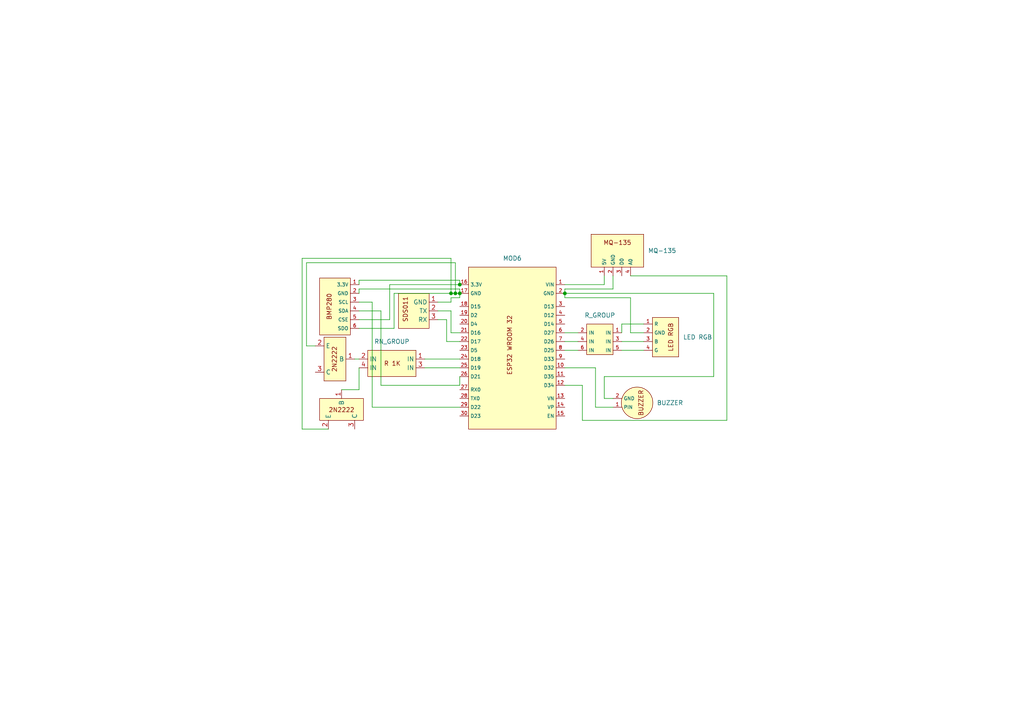
<source format=kicad_sch>
(kicad_sch
	(version 20250114)
	(generator "eeschema")
	(generator_version "9.0")
	(uuid "0be18988-cbaf-4d62-8980-6e8cfb4b92f8")
	(paper "A4")
	(lib_symbols
		(symbol "COMPV:2N2222"
			(exclude_from_sim no)
			(in_bom yes)
			(on_board yes)
			(property "Reference" "MOD"
				(at 0 0 0)
				(effects
					(font
						(size 1.27 1.27)
					)
					(hide yes)
				)
			)
			(property "Value" "2N2222"
				(at 0 0 0)
				(effects
					(font
						(size 1.27 1.27)
					)
					(hide yes)
				)
			)
			(property "Footprint" "LIBRARYCOMP:2N2222"
				(at 0 0 0)
				(effects
					(font
						(size 1.27 1.27)
					)
					(hide yes)
				)
			)
			(property "Datasheet" ""
				(at 0 0 0)
				(effects
					(font
						(size 1.27 1.27)
					)
					(hide yes)
				)
			)
			(property "Description" ""
				(at 0 0 0)
				(effects
					(font
						(size 1.27 1.27)
					)
					(hide yes)
				)
			)
			(symbol "2N2222_0_1"
				(rectangle
					(start -6.35 -2.54)
					(end 6.35 -8.89)
					(stroke
						(width 0)
						(type solid)
					)
					(fill
						(type background)
					)
				)
			)
			(symbol "2N2222_1_1"
				(text "2N2222\n"
					(at 0 -5.588 0)
					(effects
						(font
							(size 1.27 1.27)
						)
					)
				)
				(pin bidirectional line
					(at -3.81 0 270)
					(length 2.54)
					(name "C"
						(effects
							(font
								(size 1.27 1.27)
							)
						)
					)
					(number "3"
						(effects
							(font
								(size 1.27 1.27)
							)
						)
					)
				)
				(pin bidirectional line
					(at 0 -11.43 90)
					(length 2.54)
					(name "B"
						(effects
							(font
								(size 1.27 1.27)
							)
						)
					)
					(number "1"
						(effects
							(font
								(size 1.27 1.27)
							)
						)
					)
				)
				(pin bidirectional line
					(at 3.81 0 270)
					(length 2.54)
					(name "E"
						(effects
							(font
								(size 1.27 1.27)
							)
						)
					)
					(number "2"
						(effects
							(font
								(size 1.27 1.27)
							)
						)
					)
				)
			)
			(embedded_fonts no)
		)
		(symbol "COMPV:BMP280"
			(exclude_from_sim no)
			(in_bom yes)
			(on_board yes)
			(property "Reference" "MOD"
				(at 0 0 0)
				(effects
					(font
						(size 1.27 1.27)
					)
					(hide yes)
				)
			)
			(property "Value" "BMP280"
				(at 0 0 0)
				(effects
					(font
						(size 1.27 1.27)
					)
					(hide yes)
				)
			)
			(property "Footprint" "LIBRARYCOMP:BMP280"
				(at 0 0 0)
				(effects
					(font
						(size 1.27 1.27)
					)
					(hide yes)
				)
			)
			(property "Datasheet" ""
				(at 0 0 0)
				(effects
					(font
						(size 1.27 1.27)
					)
					(hide yes)
				)
			)
			(property "Description" ""
				(at 0 0 0)
				(effects
					(font
						(size 1.27 1.27)
					)
					(hide yes)
				)
			)
			(symbol "BMP280_0_1"
				(rectangle
					(start -7.62 5.715)
					(end 1.27 -10.795)
					(stroke
						(width 0)
						(type solid)
					)
					(fill
						(type background)
					)
				)
			)
			(symbol "BMP280_1_1"
				(text "BMP280\n"
					(at -4.826 -2.54 900)
					(effects
						(font
							(size 1.27 1.27)
						)
					)
				)
				(pin power_in line
					(at 3.81 3.81 180)
					(length 2.54)
					(name "3.3V"
						(effects
							(font
								(size 1 1)
							)
						)
					)
					(number "1"
						(effects
							(font
								(size 1 1)
							)
						)
					)
				)
				(pin bidirectional line
					(at 3.81 1.27 180)
					(length 2.54)
					(name "GND"
						(effects
							(font
								(size 1 1)
							)
						)
					)
					(number "2"
						(effects
							(font
								(size 1 1)
							)
						)
					)
				)
				(pin bidirectional line
					(at 3.81 -1.27 180)
					(length 2.54)
					(name "SCL"
						(effects
							(font
								(size 1 1)
							)
						)
					)
					(number "3"
						(effects
							(font
								(size 1 1)
							)
						)
					)
				)
				(pin bidirectional line
					(at 3.81 -3.81 180)
					(length 2.54)
					(name "SDA"
						(effects
							(font
								(size 1 1)
							)
						)
					)
					(number "4"
						(effects
							(font
								(size 1 1)
							)
						)
					)
				)
				(pin power_in line
					(at 3.81 -6.35 180)
					(length 2.54)
					(name "CSE"
						(effects
							(font
								(size 1 1)
							)
						)
					)
					(number "5"
						(effects
							(font
								(size 1 1)
							)
						)
					)
				)
				(pin bidirectional line
					(at 3.81 -8.89 180)
					(length 2.54)
					(name "SDO"
						(effects
							(font
								(size 1 1)
							)
						)
					)
					(number "6"
						(effects
							(font
								(size 1 1)
							)
						)
					)
				)
			)
			(embedded_fonts no)
		)
		(symbol "COMPV:BUZZER"
			(exclude_from_sim no)
			(in_bom yes)
			(on_board yes)
			(property "Reference" "MOD"
				(at 0 0 0)
				(effects
					(font
						(size 1.27 1.27)
					)
					(hide yes)
				)
			)
			(property "Value" "BUZZER"
				(at 0 0 0)
				(effects
					(font
						(size 1.27 1.27)
					)
				)
			)
			(property "Footprint" "LIBRARYCOMP:BUZZER"
				(at 0 0 0)
				(effects
					(font
						(size 1.27 1.27)
					)
					(hide yes)
				)
			)
			(property "Datasheet" ""
				(at 0 0 0)
				(effects
					(font
						(size 1.27 1.27)
					)
					(hide yes)
				)
			)
			(property "Description" ""
				(at 0 0 0)
				(effects
					(font
						(size 1.27 1.27)
					)
					(hide yes)
				)
			)
			(symbol "BUZZER_0_1"
				(circle
					(center 8.255 0)
					(radius 4.5791)
					(stroke
						(width 0)
						(type solid)
					)
					(fill
						(type background)
					)
				)
			)
			(symbol "BUZZER_1_1"
				(text "BUZZER\n"
					(at 9.398 0 900)
					(effects
						(font
							(size 1.27 1.27)
						)
					)
				)
				(pin output line
					(at 1.27 1.27 0)
					(length 2.54)
					(name "PIN"
						(effects
							(font
								(size 1 1)
							)
						)
					)
					(number "1"
						(effects
							(font
								(size 1 1)
							)
						)
					)
				)
				(pin input line
					(at 1.27 -1.27 0)
					(length 2.54)
					(name "GND"
						(effects
							(font
								(size 1 1)
							)
						)
					)
					(number "2"
						(effects
							(font
								(size 1 1)
							)
						)
					)
				)
			)
			(embedded_fonts no)
		)
		(symbol "COMPV:ESP32_"
			(exclude_from_sim no)
			(in_bom yes)
			(on_board yes)
			(property "Reference" "MOD"
				(at 31.242 28.194 90)
				(effects
					(font
						(size 1.27 1.27)
					)
				)
			)
			(property "Value" "MOD"
				(at 29.718 28.702 0)
				(effects
					(font
						(size 1.27 1.27)
					)
					(hide yes)
				)
			)
			(property "Footprint" "LIBRARYCOMP:ESP32 WROOM 32"
				(at 29.21 29.21 0)
				(effects
					(font
						(size 1.27 1.27)
					)
					(hide yes)
				)
			)
			(property "Datasheet" ""
				(at 0 0 0)
				(effects
					(font
						(size 1.27 1.27)
					)
					(hide yes)
				)
			)
			(property "Description" ""
				(at 0 0 0)
				(effects
					(font
						(size 1.27 1.27)
					)
					(hide yes)
				)
			)
			(symbol "ESP32__0_1"
				(rectangle
					(start 16.51 50.8)
					(end 41.91 3.81)
					(stroke
						(width 0)
						(type default)
					)
					(fill
						(type background)
					)
				)
			)
			(symbol "ESP32__1_1"
				(text "ESP32 WROOM 32\n"
					(at 28.448 28.194 900)
					(effects
						(font
							(size 1.27 1.27)
						)
					)
				)
				(pin power_out line
					(at 13.97 45.72 0)
					(length 2.54)
					(name "3.3V"
						(effects
							(font
								(size 1 1)
							)
						)
					)
					(number "16"
						(effects
							(font
								(size 1 1)
							)
						)
					)
				)
				(pin input line
					(at 13.97 43.18 0)
					(length 2.54)
					(name "GND"
						(effects
							(font
								(size 1 1)
							)
						)
					)
					(number "17"
						(effects
							(font
								(size 1 1)
							)
						)
					)
				)
				(pin bidirectional line
					(at 13.97 39.37 0)
					(length 2.54)
					(name "D15"
						(effects
							(font
								(size 1 1)
							)
						)
					)
					(number "18"
						(effects
							(font
								(size 1 1)
							)
						)
					)
				)
				(pin bidirectional line
					(at 13.97 36.83 0)
					(length 2.54)
					(name "D2"
						(effects
							(font
								(size 1 1)
							)
						)
					)
					(number "19"
						(effects
							(font
								(size 1 1)
							)
						)
					)
				)
				(pin bidirectional line
					(at 13.97 34.29 0)
					(length 2.54)
					(name "D4"
						(effects
							(font
								(size 1 1)
							)
						)
					)
					(number "20"
						(effects
							(font
								(size 1 1)
							)
						)
					)
				)
				(pin bidirectional line
					(at 13.97 31.75 0)
					(length 2.54)
					(name "D16"
						(effects
							(font
								(size 1 1)
							)
						)
					)
					(number "21"
						(effects
							(font
								(size 1 1)
							)
						)
					)
				)
				(pin bidirectional line
					(at 13.97 29.21 0)
					(length 2.54)
					(name "D17"
						(effects
							(font
								(size 1 1)
							)
						)
					)
					(number "22"
						(effects
							(font
								(size 1 1)
							)
						)
					)
				)
				(pin bidirectional line
					(at 13.97 26.67 0)
					(length 2.54)
					(name "D5"
						(effects
							(font
								(size 1 1)
							)
						)
					)
					(number "23"
						(effects
							(font
								(size 1 1)
							)
						)
					)
				)
				(pin bidirectional line
					(at 13.97 24.13 0)
					(length 2.54)
					(name "D18"
						(effects
							(font
								(size 1 1)
							)
						)
					)
					(number "24"
						(effects
							(font
								(size 1 1)
							)
						)
					)
				)
				(pin bidirectional line
					(at 13.97 21.59 0)
					(length 2.54)
					(name "D19"
						(effects
							(font
								(size 1 1)
							)
						)
					)
					(number "25"
						(effects
							(font
								(size 1 1)
							)
						)
					)
				)
				(pin bidirectional line
					(at 13.97 19.05 0)
					(length 2.54)
					(name "D21"
						(effects
							(font
								(size 1 1)
							)
						)
					)
					(number "26"
						(effects
							(font
								(size 1 1)
							)
						)
					)
				)
				(pin bidirectional line
					(at 13.97 15.24 0)
					(length 2.54)
					(name "RX0"
						(effects
							(font
								(size 1 1)
							)
						)
					)
					(number "27"
						(effects
							(font
								(size 1 1)
							)
						)
					)
				)
				(pin bidirectional line
					(at 13.97 12.7 0)
					(length 2.54)
					(name "TX0"
						(effects
							(font
								(size 1 1)
							)
						)
					)
					(number "28"
						(effects
							(font
								(size 1 1)
							)
						)
					)
				)
				(pin bidirectional line
					(at 13.97 10.16 0)
					(length 2.54)
					(name "D22"
						(effects
							(font
								(size 1 1)
							)
						)
					)
					(number "29"
						(effects
							(font
								(size 1 1)
							)
						)
					)
				)
				(pin bidirectional line
					(at 13.97 7.62 0)
					(length 2.54)
					(name "D23"
						(effects
							(font
								(size 1 1)
							)
						)
					)
					(number "30"
						(effects
							(font
								(size 1 1)
							)
						)
					)
				)
				(pin power_out line
					(at 44.45 45.72 180)
					(length 2.54)
					(name "VIN"
						(effects
							(font
								(size 1 1)
							)
						)
					)
					(number "1"
						(effects
							(font
								(size 1 1)
							)
						)
					)
				)
				(pin input line
					(at 44.45 43.18 180)
					(length 2.54)
					(name "GND"
						(effects
							(font
								(size 1 1)
							)
						)
					)
					(number "2"
						(effects
							(font
								(size 1 1)
							)
						)
					)
				)
				(pin bidirectional line
					(at 44.45 39.37 180)
					(length 2.54)
					(name "D13"
						(effects
							(font
								(size 1 1)
							)
						)
					)
					(number "3"
						(effects
							(font
								(size 1 1)
							)
						)
					)
				)
				(pin bidirectional line
					(at 44.45 36.83 180)
					(length 2.54)
					(name "D12"
						(effects
							(font
								(size 1 1)
							)
						)
					)
					(number "4"
						(effects
							(font
								(size 1 1)
							)
						)
					)
				)
				(pin bidirectional line
					(at 44.45 34.29 180)
					(length 2.54)
					(name "D14"
						(effects
							(font
								(size 1 1)
							)
						)
					)
					(number "5"
						(effects
							(font
								(size 1 1)
							)
						)
					)
				)
				(pin bidirectional line
					(at 44.45 31.75 180)
					(length 2.54)
					(name "D27"
						(effects
							(font
								(size 1 1)
							)
						)
					)
					(number "6"
						(effects
							(font
								(size 1 1)
							)
						)
					)
				)
				(pin bidirectional line
					(at 44.45 29.21 180)
					(length 2.54)
					(name "D26"
						(effects
							(font
								(size 1 1)
							)
						)
					)
					(number "7"
						(effects
							(font
								(size 1 1)
							)
						)
					)
				)
				(pin bidirectional line
					(at 44.45 26.67 180)
					(length 2.54)
					(name "D25"
						(effects
							(font
								(size 1 1)
							)
						)
					)
					(number "8"
						(effects
							(font
								(size 1 1)
							)
						)
					)
				)
				(pin bidirectional line
					(at 44.45 24.13 180)
					(length 2.54)
					(name "D33"
						(effects
							(font
								(size 1 1)
							)
						)
					)
					(number "9"
						(effects
							(font
								(size 1 1)
							)
						)
					)
				)
				(pin bidirectional line
					(at 44.45 21.59 180)
					(length 2.54)
					(name "D32"
						(effects
							(font
								(size 1 1)
							)
						)
					)
					(number "10"
						(effects
							(font
								(size 1 1)
							)
						)
					)
				)
				(pin bidirectional line
					(at 44.45 19.05 180)
					(length 2.54)
					(name "D35"
						(effects
							(font
								(size 1 1)
							)
						)
					)
					(number "11"
						(effects
							(font
								(size 1 1)
							)
						)
					)
				)
				(pin bidirectional line
					(at 44.45 16.51 180)
					(length 2.54)
					(name "D34"
						(effects
							(font
								(size 1 1)
							)
						)
					)
					(number "12"
						(effects
							(font
								(size 1 1)
							)
						)
					)
				)
				(pin bidirectional line
					(at 44.45 12.7 180)
					(length 2.54)
					(name "VN"
						(effects
							(font
								(size 1 1)
							)
						)
					)
					(number "13"
						(effects
							(font
								(size 1 1)
							)
						)
					)
				)
				(pin bidirectional line
					(at 44.45 10.16 180)
					(length 2.54)
					(name "VP"
						(effects
							(font
								(size 1 1)
							)
						)
					)
					(number "14"
						(effects
							(font
								(size 1 1)
							)
						)
					)
				)
				(pin bidirectional line
					(at 44.45 7.62 180)
					(length 2.54)
					(name "EN"
						(effects
							(font
								(size 1 1)
							)
						)
					)
					(number "15"
						(effects
							(font
								(size 1 1)
							)
						)
					)
				)
			)
			(embedded_fonts no)
		)
		(symbol "COMPV:LED_RGB"
			(exclude_from_sim no)
			(in_bom yes)
			(on_board yes)
			(property "Reference" "MOD"
				(at 0 0 0)
				(effects
					(font
						(size 1.27 1.27)
					)
					(hide yes)
				)
			)
			(property "Value" "LED RGB"
				(at 0 0 0)
				(effects
					(font
						(size 1.27 1.27)
					)
				)
			)
			(property "Footprint" "LIBRARYCOMP:LED RGB"
				(at 0 0 0)
				(effects
					(font
						(size 1.27 1.27)
					)
					(hide yes)
				)
			)
			(property "Datasheet" ""
				(at 0 0 0)
				(effects
					(font
						(size 1.27 1.27)
					)
					(hide yes)
				)
			)
			(property "Description" ""
				(at 0 0 0)
				(effects
					(font
						(size 1.27 1.27)
					)
					(hide yes)
				)
			)
			(symbol "LED_RGB_1_1"
				(rectangle
					(start 0 4.445)
					(end 7.62 -6.985)
					(stroke
						(width 0)
						(type solid)
					)
					(fill
						(type background)
					)
				)
				(text "LED RGB"
					(at 5.334 -1.27 900)
					(effects
						(font
							(size 1.27 1.27)
						)
					)
				)
				(pin output line
					(at -2.54 2.54 0)
					(length 2.54)
					(name "R"
						(effects
							(font
								(size 1 1)
							)
						)
					)
					(number "1"
						(effects
							(font
								(size 1 1)
							)
						)
					)
				)
				(pin input line
					(at -2.54 0 0)
					(length 2.54)
					(name "GND"
						(effects
							(font
								(size 1 1)
							)
						)
					)
					(number "2"
						(effects
							(font
								(size 1 1)
							)
						)
					)
				)
				(pin output line
					(at -2.54 -2.54 0)
					(length 2.54)
					(name "B"
						(effects
							(font
								(size 1 1)
							)
						)
					)
					(number "3"
						(effects
							(font
								(size 1 1)
							)
						)
					)
				)
				(pin output line
					(at -2.54 -5.08 0)
					(length 2.54)
					(name "G"
						(effects
							(font
								(size 1 1)
							)
						)
					)
					(number "4"
						(effects
							(font
								(size 1 1)
							)
						)
					)
				)
			)
			(embedded_fonts no)
		)
		(symbol "COMPV:MQ-135"
			(exclude_from_sim no)
			(in_bom yes)
			(on_board yes)
			(property "Reference" "MOD"
				(at 0 0 0)
				(effects
					(font
						(size 1.27 1.27)
					)
					(hide yes)
				)
			)
			(property "Value" "MQ-135"
				(at 0 0 0)
				(effects
					(font
						(size 1.27 1.27)
					)
				)
			)
			(property "Footprint" "LIBRARYCOMP:MQ-135"
				(at 0 0 0)
				(effects
					(font
						(size 1.27 1.27)
					)
					(hide yes)
				)
			)
			(property "Datasheet" ""
				(at 0 0 0)
				(effects
					(font
						(size 1.27 1.27)
					)
					(hide yes)
				)
			)
			(property "Description" ""
				(at 0 0 0)
				(effects
					(font
						(size 1.27 1.27)
					)
					(hide yes)
				)
			)
			(symbol "MQ-135_1_1"
				(text "MQ-135\n"
					(at 0 2.032 0)
					(effects
						(font
							(size 1.27 1.27)
						)
					)
				)
				(text_box ""
					(at -7.62 4.445 0)
					(size 15.24 -9.525)
					(margins 1.016 1.016 1.016 1.016)
					(stroke
						(width 0)
						(type solid)
					)
					(fill
						(type background)
					)
					(effects
						(font
							(size 1.27 1.27)
						)
						(justify left top)
					)
				)
				(pin power_in line
					(at -3.81 -7.62 90)
					(length 2.54)
					(name "5V"
						(effects
							(font
								(size 1 1)
							)
						)
					)
					(number "1"
						(effects
							(font
								(size 1 1)
							)
						)
					)
				)
				(pin output line
					(at -1.27 -7.62 90)
					(length 2.54)
					(name "GND"
						(effects
							(font
								(size 1 1)
							)
						)
					)
					(number "2"
						(effects
							(font
								(size 1 1)
							)
						)
					)
				)
				(pin output line
					(at 1.27 -7.62 90)
					(length 2.54)
					(name "D0"
						(effects
							(font
								(size 1 1)
							)
						)
					)
					(number "3"
						(effects
							(font
								(size 1 1)
							)
						)
					)
				)
				(pin output line
					(at 3.81 -7.62 90)
					(length 2.54)
					(name "A0"
						(effects
							(font
								(size 1 1)
							)
						)
					)
					(number "4"
						(effects
							(font
								(size 1 1)
							)
						)
					)
				)
			)
			(embedded_fonts no)
		)
		(symbol "COMPV:RN_GROUP"
			(exclude_from_sim no)
			(in_bom yes)
			(on_board yes)
			(property "Reference" "MOD"
				(at 0 0 0)
				(effects
					(font
						(size 1.27 1.27)
					)
					(hide yes)
				)
			)
			(property "Value" "RN_GROUP"
				(at 0 0 0)
				(effects
					(font
						(size 1.27 1.27)
					)
				)
			)
			(property "Footprint" "LIBRARYCOMP:RN_GROUP"
				(at 0 0 0)
				(effects
					(font
						(size 1.27 1.27)
					)
					(hide yes)
				)
			)
			(property "Datasheet" ""
				(at 0 0 0)
				(effects
					(font
						(size 1.27 1.27)
					)
					(hide yes)
				)
			)
			(property "Description" ""
				(at 0 0 0)
				(effects
					(font
						(size 1.27 1.27)
					)
					(hide yes)
				)
			)
			(symbol "RN_GROUP_1_1"
				(rectangle
					(start -7.62 -3.81)
					(end 6.35 -11.43)
					(stroke
						(width 0)
						(type solid)
					)
					(fill
						(type background)
					)
				)
				(text "R 1K\n"
					(at -0.508 -7.62 0)
					(effects
						(font
							(size 1.27 1.27)
						)
					)
				)
				(pin bidirectional line
					(at -10.16 -6.35 0)
					(length 2.54)
					(name "IN"
						(effects
							(font
								(size 1.27 1.27)
							)
						)
					)
					(number "2"
						(effects
							(font
								(size 1.27 1.27)
							)
						)
					)
				)
				(pin bidirectional line
					(at -10.16 -8.89 0)
					(length 2.54)
					(name "IN"
						(effects
							(font
								(size 1.27 1.27)
							)
						)
					)
					(number "4"
						(effects
							(font
								(size 1.27 1.27)
							)
						)
					)
				)
				(pin bidirectional line
					(at 8.89 -6.35 180)
					(length 2.54)
					(name "IN"
						(effects
							(font
								(size 1.27 1.27)
							)
						)
					)
					(number "1"
						(effects
							(font
								(size 1.27 1.27)
							)
						)
					)
				)
				(pin bidirectional line
					(at 8.89 -8.89 180)
					(length 2.54)
					(name "IN"
						(effects
							(font
								(size 1.27 1.27)
							)
						)
					)
					(number "3"
						(effects
							(font
								(size 1.27 1.27)
							)
						)
					)
				)
			)
			(embedded_fonts no)
		)
		(symbol "COMPV:R_GROUP"
			(exclude_from_sim no)
			(in_bom yes)
			(on_board yes)
			(property "Reference" "U"
				(at 0 0 0)
				(effects
					(font
						(size 1.27 1.27)
					)
					(hide yes)
				)
			)
			(property "Value" "R_GROUP"
				(at 0 0 0)
				(effects
					(font
						(size 1.27 1.27)
					)
				)
			)
			(property "Footprint" "LIBRARYCOMP:GROUP_R"
				(at 0 0 0)
				(effects
					(font
						(size 1.27 1.27)
					)
					(hide yes)
				)
			)
			(property "Datasheet" ""
				(at 0 0 0)
				(effects
					(font
						(size 1.27 1.27)
					)
					(hide yes)
				)
			)
			(property "Description" ""
				(at 0 0 0)
				(effects
					(font
						(size 1.27 1.27)
					)
					(hide yes)
				)
			)
			(symbol "R_GROUP_0_1"
				(rectangle
					(start -3.81 2.54)
					(end 3.81 -6.35)
					(stroke
						(width 0)
						(type default)
					)
					(fill
						(type background)
					)
				)
			)
			(symbol "R_GROUP_1_1"
				(pin bidirectional line
					(at -6.35 0 0)
					(length 2.54)
					(name "IN"
						(effects
							(font
								(size 1 1)
							)
						)
					)
					(number "2"
						(effects
							(font
								(size 1 1)
							)
						)
					)
				)
				(pin bidirectional line
					(at -6.35 -2.54 0)
					(length 2.54)
					(name "IN"
						(effects
							(font
								(size 1 1)
							)
						)
					)
					(number "4"
						(effects
							(font
								(size 1 1)
							)
						)
					)
				)
				(pin bidirectional line
					(at -6.35 -5.08 0)
					(length 2.54)
					(name "IN"
						(effects
							(font
								(size 1 1)
							)
						)
					)
					(number "6"
						(effects
							(font
								(size 1 1)
							)
						)
					)
				)
				(pin bidirectional line
					(at 6.35 0 180)
					(length 2.54)
					(name "IN"
						(effects
							(font
								(size 1 1)
							)
						)
					)
					(number "1"
						(effects
							(font
								(size 1 1)
							)
						)
					)
				)
				(pin bidirectional line
					(at 6.35 -2.54 180)
					(length 2.54)
					(name "IN"
						(effects
							(font
								(size 1 1)
							)
						)
					)
					(number "3"
						(effects
							(font
								(size 1 1)
							)
						)
					)
				)
				(pin bidirectional line
					(at 6.35 -5.08 180)
					(length 2.54)
					(name "IN"
						(effects
							(font
								(size 1 1)
							)
						)
					)
					(number "5"
						(effects
							(font
								(size 1 1)
							)
						)
					)
				)
			)
			(embedded_fonts no)
		)
		(symbol "COMPV:SDS011"
			(exclude_from_sim no)
			(in_bom yes)
			(on_board yes)
			(property "Reference" "MOD"
				(at 0 0 0)
				(effects
					(font
						(size 1.27 1.27)
					)
					(hide yes)
				)
			)
			(property "Value" "SDS011"
				(at 0 0 0)
				(effects
					(font
						(size 1.27 1.27)
					)
				)
			)
			(property "Footprint" "LIBRARYCOMP:SDS011"
				(at 0 0 0)
				(effects
					(font
						(size 1.27 1.27)
					)
					(hide yes)
				)
			)
			(property "Datasheet" ""
				(at 0 0 0)
				(effects
					(font
						(size 1.27 1.27)
					)
					(hide yes)
				)
			)
			(property "Description" ""
				(at 0 0 0)
				(effects
					(font
						(size 1.27 1.27)
					)
					(hide yes)
				)
			)
			(symbol "SDS011_0_1"
				(rectangle
					(start -6.35 5.08)
					(end 2.54 -5.08)
					(stroke
						(width 0)
						(type default)
					)
					(fill
						(type background)
					)
				)
			)
			(symbol "SDS011_1_1"
				(text "SDS011\n"
					(at -4.318 0.508 900)
					(effects
						(font
							(size 1.27 1.27)
						)
					)
				)
				(pin bidirectional line
					(at 5.08 2.54 180)
					(length 2.54)
					(name "GND"
						(effects
							(font
								(size 1.27 1.27)
							)
						)
					)
					(number "1"
						(effects
							(font
								(size 1.27 1.27)
							)
						)
					)
				)
				(pin bidirectional line
					(at 5.08 0 180)
					(length 2.54)
					(name "TX"
						(effects
							(font
								(size 1.27 1.27)
							)
						)
					)
					(number "2"
						(effects
							(font
								(size 1.27 1.27)
							)
						)
					)
				)
				(pin bidirectional line
					(at 5.08 -2.54 180)
					(length 2.54)
					(name "RX"
						(effects
							(font
								(size 1.27 1.27)
							)
						)
					)
					(number "3"
						(effects
							(font
								(size 1.27 1.27)
							)
						)
					)
				)
			)
			(embedded_fonts no)
		)
	)
	(junction
		(at 130.81 85.09)
		(diameter 0)
		(color 0 0 0 0)
		(uuid "3039f824-396c-439f-bea4-0b8e028faac7")
	)
	(junction
		(at 133.35 82.55)
		(diameter 0)
		(color 0 0 0 0)
		(uuid "a2bd7116-2187-424c-8cad-3e4fcd4e9fb8")
	)
	(junction
		(at 133.35 85.09)
		(diameter 0)
		(color 0 0 0 0)
		(uuid "b9ff60e6-8db6-403e-ba59-5a2081a88330")
	)
	(junction
		(at 163.83 85.09)
		(diameter 0)
		(color 0 0 0 0)
		(uuid "ce18148f-2e06-4fcc-baf9-32132506f124")
	)
	(junction
		(at 132.08 85.09)
		(diameter 0)
		(color 0 0 0 0)
		(uuid "cf1682c0-6ab0-4d18-81ee-6a9bbb0f66d5")
	)
	(wire
		(pts
			(xy 127 87.63) (xy 130.81 87.63)
		)
		(stroke
			(width 0)
			(type default)
		)
		(uuid "0919e142-f312-4d7b-a379-52b316cef280")
	)
	(wire
		(pts
			(xy 133.35 81.28) (xy 133.35 82.55)
		)
		(stroke
			(width 0)
			(type default)
		)
		(uuid "0ba1d0a8-bd99-4362-b1d5-4fcfea42fc30")
	)
	(wire
		(pts
			(xy 133.35 111.76) (xy 133.35 109.22)
		)
		(stroke
			(width 0)
			(type default)
		)
		(uuid "1952fc1e-9b4b-4d63-b7fd-6033fd9aff87")
	)
	(wire
		(pts
			(xy 168.91 111.76) (xy 168.91 121.92)
		)
		(stroke
			(width 0)
			(type default)
		)
		(uuid "1f76ac1f-91dc-4e2a-9510-2524e2532927")
	)
	(wire
		(pts
			(xy 95.25 124.46) (xy 87.63 124.46)
		)
		(stroke
			(width 0)
			(type default)
		)
		(uuid "2173aaee-7df6-4044-8528-1208649a927f")
	)
	(wire
		(pts
			(xy 130.81 85.09) (xy 132.08 85.09)
		)
		(stroke
			(width 0)
			(type default)
		)
		(uuid "24d7dcfb-b2c7-452f-a408-c329799bbfb8")
	)
	(wire
		(pts
			(xy 127 90.17) (xy 130.81 90.17)
		)
		(stroke
			(width 0)
			(type default)
		)
		(uuid "26360a2a-a9b7-4c20-9e92-149367bb6d15")
	)
	(wire
		(pts
			(xy 133.35 83.82) (xy 133.35 85.09)
		)
		(stroke
			(width 0)
			(type default)
		)
		(uuid "28967fe0-847c-4ea4-94e1-5df765fe539b")
	)
	(wire
		(pts
			(xy 172.72 118.11) (xy 172.72 106.68)
		)
		(stroke
			(width 0)
			(type default)
		)
		(uuid "2e42eeb3-bf85-4068-acca-63b21e9c52fc")
	)
	(wire
		(pts
			(xy 130.81 96.52) (xy 133.35 96.52)
		)
		(stroke
			(width 0)
			(type default)
		)
		(uuid "308ee7d5-1ac3-4844-8214-41f34b00bace")
	)
	(wire
		(pts
			(xy 88.9 76.2) (xy 88.9 100.33)
		)
		(stroke
			(width 0)
			(type default)
		)
		(uuid "3ef5eeae-b682-4154-b283-63ea20a833e5")
	)
	(wire
		(pts
			(xy 87.63 74.93) (xy 130.81 74.93)
		)
		(stroke
			(width 0)
			(type default)
		)
		(uuid "42d76a48-c194-4d2c-8053-deb22484a3c7")
	)
	(wire
		(pts
			(xy 163.83 101.6) (xy 167.64 101.6)
		)
		(stroke
			(width 0)
			(type default)
		)
		(uuid "43350f25-7f08-4f05-92b6-1bfa7d9f8089")
	)
	(wire
		(pts
			(xy 130.81 90.17) (xy 130.81 96.52)
		)
		(stroke
			(width 0)
			(type default)
		)
		(uuid "4353ea39-e93b-4ff0-8d3a-f528509faeb4")
	)
	(wire
		(pts
			(xy 113.03 82.55) (xy 133.35 82.55)
		)
		(stroke
			(width 0)
			(type default)
		)
		(uuid "43683460-fbb4-4163-b83f-c668baa3443d")
	)
	(wire
		(pts
			(xy 132.08 76.2) (xy 132.08 85.09)
		)
		(stroke
			(width 0)
			(type default)
		)
		(uuid "4695405f-f1d4-4707-9da4-881fac2447a1")
	)
	(wire
		(pts
			(xy 107.95 87.63) (xy 107.95 118.11)
		)
		(stroke
			(width 0)
			(type default)
		)
		(uuid "4de1013e-3756-41a0-aaac-106d865971e9")
	)
	(wire
		(pts
			(xy 180.34 99.06) (xy 186.69 99.06)
		)
		(stroke
			(width 0)
			(type default)
		)
		(uuid "52ff8902-efc4-4b56-9792-59ae86c273a1")
	)
	(wire
		(pts
			(xy 210.82 80.01) (xy 182.88 80.01)
		)
		(stroke
			(width 0)
			(type default)
		)
		(uuid "55f4ffe8-2012-48e7-8c05-1ee319b76e00")
	)
	(wire
		(pts
			(xy 104.14 87.63) (xy 107.95 87.63)
		)
		(stroke
			(width 0)
			(type default)
		)
		(uuid "567e038d-311d-4319-bdcb-864d71f68b8d")
	)
	(wire
		(pts
			(xy 110.49 90.17) (xy 110.49 111.76)
		)
		(stroke
			(width 0)
			(type default)
		)
		(uuid "591924c6-4169-4fc9-b2cf-a633857adb67")
	)
	(wire
		(pts
			(xy 104.14 95.25) (xy 114.3 95.25)
		)
		(stroke
			(width 0)
			(type default)
		)
		(uuid "5f4532b0-d265-4e28-8d54-539e30ec89e5")
	)
	(wire
		(pts
			(xy 113.03 92.71) (xy 113.03 82.55)
		)
		(stroke
			(width 0)
			(type default)
		)
		(uuid "6671487b-1fcb-4ce0-a054-a7de15dfd7e0")
	)
	(wire
		(pts
			(xy 104.14 85.09) (xy 104.14 83.82)
		)
		(stroke
			(width 0)
			(type default)
		)
		(uuid "697aa232-43bb-4fab-aadb-e4dda7ac4d96")
	)
	(wire
		(pts
			(xy 177.8 83.82) (xy 163.83 83.82)
		)
		(stroke
			(width 0)
			(type default)
		)
		(uuid "6b2788ed-f7d3-44b2-987c-cc0801a39791")
	)
	(wire
		(pts
			(xy 87.63 124.46) (xy 87.63 74.93)
		)
		(stroke
			(width 0)
			(type default)
		)
		(uuid "6c0a1265-3162-4e58-a895-bc6634c28eb8")
	)
	(wire
		(pts
			(xy 175.26 82.55) (xy 175.26 80.01)
		)
		(stroke
			(width 0)
			(type default)
		)
		(uuid "6e31120e-8de4-4b7d-932f-5a194dc8494e")
	)
	(wire
		(pts
			(xy 175.26 115.57) (xy 175.26 109.22)
		)
		(stroke
			(width 0)
			(type default)
		)
		(uuid "6f8b3cef-4f21-480c-b7f7-7c6abca01d2c")
	)
	(wire
		(pts
			(xy 207.01 85.09) (xy 163.83 85.09)
		)
		(stroke
			(width 0)
			(type default)
		)
		(uuid "7026fe4d-86f5-4449-b8bc-eae9370fa637")
	)
	(wire
		(pts
			(xy 163.83 111.76) (xy 168.91 111.76)
		)
		(stroke
			(width 0)
			(type default)
		)
		(uuid "71f70534-8036-43e5-9add-e79161e4c192")
	)
	(wire
		(pts
			(xy 104.14 83.82) (xy 133.35 83.82)
		)
		(stroke
			(width 0)
			(type default)
		)
		(uuid "734925c6-6216-400a-9656-8d7ddc8764a7")
	)
	(wire
		(pts
			(xy 182.88 96.52) (xy 182.88 86.36)
		)
		(stroke
			(width 0)
			(type default)
		)
		(uuid "749d71d3-0360-4eea-87bd-5d8ca7f3e3ea")
	)
	(wire
		(pts
			(xy 114.3 95.25) (xy 114.3 85.09)
		)
		(stroke
			(width 0)
			(type default)
		)
		(uuid "8023ac4d-c5ec-4eb0-940a-b910285bd198")
	)
	(wire
		(pts
			(xy 104.14 82.55) (xy 104.14 81.28)
		)
		(stroke
			(width 0)
			(type default)
		)
		(uuid "83533924-7e05-46d8-ae08-18044844b1e3")
	)
	(wire
		(pts
			(xy 123.19 104.14) (xy 133.35 104.14)
		)
		(stroke
			(width 0)
			(type default)
		)
		(uuid "91ef15b1-9d50-4176-b5c7-85b623f5d349")
	)
	(wire
		(pts
			(xy 163.83 99.06) (xy 167.64 99.06)
		)
		(stroke
			(width 0)
			(type default)
		)
		(uuid "92703b5d-ebd4-424a-918a-33ccb2286466")
	)
	(wire
		(pts
			(xy 99.06 113.03) (xy 104.14 113.03)
		)
		(stroke
			(width 0)
			(type default)
		)
		(uuid "93d58840-699b-443e-b02a-1b73cc95ecd0")
	)
	(wire
		(pts
			(xy 163.83 83.82) (xy 163.83 85.09)
		)
		(stroke
			(width 0)
			(type default)
		)
		(uuid "9533c3be-557b-45e9-834d-5a67e58e4275")
	)
	(wire
		(pts
			(xy 104.14 113.03) (xy 104.14 106.68)
		)
		(stroke
			(width 0)
			(type default)
		)
		(uuid "9e1708e1-f965-4930-94a6-47adb69647a6")
	)
	(wire
		(pts
			(xy 180.34 93.98) (xy 186.69 93.98)
		)
		(stroke
			(width 0)
			(type default)
		)
		(uuid "9f8ebc98-96a6-4154-a196-71730d887a7e")
	)
	(wire
		(pts
			(xy 102.87 104.14) (xy 104.14 104.14)
		)
		(stroke
			(width 0)
			(type default)
		)
		(uuid "a17a452f-d59e-4a2c-8dd7-befa649e87af")
	)
	(wire
		(pts
			(xy 132.08 85.09) (xy 133.35 85.09)
		)
		(stroke
			(width 0)
			(type default)
		)
		(uuid "a2bae534-ac25-4eb0-8da1-46bcb0f905fd")
	)
	(wire
		(pts
			(xy 104.14 81.28) (xy 133.35 81.28)
		)
		(stroke
			(width 0)
			(type default)
		)
		(uuid "a7c42e58-605b-4ec1-b848-996af9d41a48")
	)
	(wire
		(pts
			(xy 130.81 87.63) (xy 130.81 86.36)
		)
		(stroke
			(width 0)
			(type default)
		)
		(uuid "a8234e9a-0099-4f6e-83be-d4054a5c7131")
	)
	(wire
		(pts
			(xy 172.72 106.68) (xy 163.83 106.68)
		)
		(stroke
			(width 0)
			(type default)
		)
		(uuid "aaab2052-e4ed-4a4b-a1f5-7972fe0a1b74")
	)
	(wire
		(pts
			(xy 107.95 118.11) (xy 133.35 118.11)
		)
		(stroke
			(width 0)
			(type default)
		)
		(uuid "aeced190-6f00-45d2-9320-663b9a1e5ca3")
	)
	(wire
		(pts
			(xy 114.3 85.09) (xy 130.81 85.09)
		)
		(stroke
			(width 0)
			(type default)
		)
		(uuid "af73e162-b313-403b-befd-7bb1af6ee128")
	)
	(wire
		(pts
			(xy 177.8 80.01) (xy 177.8 83.82)
		)
		(stroke
			(width 0)
			(type default)
		)
		(uuid "b5a48587-5dc7-489b-8746-3fbd1ae9c55b")
	)
	(wire
		(pts
			(xy 207.01 109.22) (xy 207.01 85.09)
		)
		(stroke
			(width 0)
			(type default)
		)
		(uuid "bbe85d61-db77-4b0b-8416-d0c9c4fefe70")
	)
	(wire
		(pts
			(xy 186.69 96.52) (xy 182.88 96.52)
		)
		(stroke
			(width 0)
			(type default)
		)
		(uuid "be1cceee-0a75-42e3-bda6-2173c6146e99")
	)
	(wire
		(pts
			(xy 130.81 74.93) (xy 130.81 85.09)
		)
		(stroke
			(width 0)
			(type default)
		)
		(uuid "c100cf05-420a-418d-9a75-460039550d08")
	)
	(wire
		(pts
			(xy 180.34 101.6) (xy 186.69 101.6)
		)
		(stroke
			(width 0)
			(type default)
		)
		(uuid "c4d81ad9-590c-41fd-8321-b133a2c5911b")
	)
	(wire
		(pts
			(xy 129.54 99.06) (xy 133.35 99.06)
		)
		(stroke
			(width 0)
			(type default)
		)
		(uuid "c5d12f79-ab58-498c-b9a9-496de05106d6")
	)
	(wire
		(pts
			(xy 129.54 92.71) (xy 129.54 99.06)
		)
		(stroke
			(width 0)
			(type default)
		)
		(uuid "c61f4c82-dbd4-4500-82d1-9e3cb517e72c")
	)
	(wire
		(pts
			(xy 163.83 82.55) (xy 175.26 82.55)
		)
		(stroke
			(width 0)
			(type default)
		)
		(uuid "ca2d169f-c358-4e81-9ea8-5680ffc4d7b3")
	)
	(wire
		(pts
			(xy 88.9 76.2) (xy 132.08 76.2)
		)
		(stroke
			(width 0)
			(type default)
		)
		(uuid "ccc6da05-f603-4145-a200-ad1b1a578404")
	)
	(wire
		(pts
			(xy 88.9 100.33) (xy 91.44 100.33)
		)
		(stroke
			(width 0)
			(type default)
		)
		(uuid "d032be24-a72d-47b4-92b6-8b20157adb6f")
	)
	(wire
		(pts
			(xy 182.88 86.36) (xy 163.83 86.36)
		)
		(stroke
			(width 0)
			(type default)
		)
		(uuid "d142413f-4e2d-4dca-9a5e-85fc9c45d1cd")
	)
	(wire
		(pts
			(xy 133.35 86.36) (xy 133.35 85.09)
		)
		(stroke
			(width 0)
			(type default)
		)
		(uuid "d180d052-233d-487a-86c1-7351a7c60e46")
	)
	(wire
		(pts
			(xy 104.14 92.71) (xy 113.03 92.71)
		)
		(stroke
			(width 0)
			(type default)
		)
		(uuid "d7afe0a1-80d5-42ea-b083-88524538b309")
	)
	(wire
		(pts
			(xy 104.14 90.17) (xy 110.49 90.17)
		)
		(stroke
			(width 0)
			(type default)
		)
		(uuid "dcae07e3-52ef-48d5-bcaa-935bc5b45844")
	)
	(wire
		(pts
			(xy 210.82 121.92) (xy 210.82 80.01)
		)
		(stroke
			(width 0)
			(type default)
		)
		(uuid "dd808f7d-826b-42a6-b3c1-1f23aecbe4d4")
	)
	(wire
		(pts
			(xy 177.8 115.57) (xy 175.26 115.57)
		)
		(stroke
			(width 0)
			(type default)
		)
		(uuid "dfe58080-6d14-4a0f-8dcf-fe7868a70055")
	)
	(wire
		(pts
			(xy 123.19 106.68) (xy 133.35 106.68)
		)
		(stroke
			(width 0)
			(type default)
		)
		(uuid "dff58cf2-81de-4688-b7bc-2c574756b02a")
	)
	(wire
		(pts
			(xy 180.34 96.52) (xy 180.34 93.98)
		)
		(stroke
			(width 0)
			(type default)
		)
		(uuid "e4088d43-3a66-4e0c-a1cc-4e54507a00cf")
	)
	(wire
		(pts
			(xy 127 92.71) (xy 129.54 92.71)
		)
		(stroke
			(width 0)
			(type default)
		)
		(uuid "e4c2e587-e2ed-42af-980a-d7674f2a66a2")
	)
	(wire
		(pts
			(xy 163.83 86.36) (xy 163.83 85.09)
		)
		(stroke
			(width 0)
			(type default)
		)
		(uuid "e9896f9b-ca7f-4674-a1fb-f0c9c77021cb")
	)
	(wire
		(pts
			(xy 168.91 121.92) (xy 210.82 121.92)
		)
		(stroke
			(width 0)
			(type default)
		)
		(uuid "ec958e34-9dcc-4584-a0ea-992eb3cfc0f5")
	)
	(wire
		(pts
			(xy 110.49 111.76) (xy 133.35 111.76)
		)
		(stroke
			(width 0)
			(type default)
		)
		(uuid "ed3b59d7-6af5-49a5-bc3d-235d8e62319f")
	)
	(wire
		(pts
			(xy 163.83 96.52) (xy 167.64 96.52)
		)
		(stroke
			(width 0)
			(type default)
		)
		(uuid "eefda1de-1dee-429e-bebf-3f41a8741cfd")
	)
	(wire
		(pts
			(xy 175.26 109.22) (xy 207.01 109.22)
		)
		(stroke
			(width 0)
			(type default)
		)
		(uuid "f12bf1e7-09d9-4e77-8288-cfa2ffe0e731")
	)
	(wire
		(pts
			(xy 177.8 118.11) (xy 172.72 118.11)
		)
		(stroke
			(width 0)
			(type default)
		)
		(uuid "fc1948f6-91a0-4d29-8760-7b76680612bd")
	)
	(wire
		(pts
			(xy 130.81 86.36) (xy 133.35 86.36)
		)
		(stroke
			(width 0)
			(type default)
		)
		(uuid "ffb01b35-d151-4a69-9a6a-798735165932")
	)
	(symbol
		(lib_id "COMPV:ESP32_")
		(at 119.38 128.27 0)
		(unit 1)
		(exclude_from_sim no)
		(in_bom yes)
		(on_board yes)
		(dnp no)
		(fields_autoplaced yes)
		(uuid "285a19b4-2838-4dd8-b29a-eb685e40cb8a")
		(property "Reference" "MOD6"
			(at 148.59 74.93 0)
			(effects
				(font
					(size 1.27 1.27)
				)
			)
		)
		(property "Value" "MOD"
			(at 149.098 99.568 0)
			(effects
				(font
					(size 1.27 1.27)
				)
				(hide yes)
			)
		)
		(property "Footprint" "LIBRARYCOMP:ESP32 WROOM 32"
			(at 148.59 99.06 0)
			(effects
				(font
					(size 1.27 1.27)
				)
				(hide yes)
			)
		)
		(property "Datasheet" ""
			(at 119.38 128.27 0)
			(effects
				(font
					(size 1.27 1.27)
				)
				(hide yes)
			)
		)
		(property "Description" ""
			(at 119.38 128.27 0)
			(effects
				(font
					(size 1.27 1.27)
				)
				(hide yes)
			)
		)
		(pin "17"
			(uuid "d979d988-97e0-4722-a201-56d4d86d41d7")
		)
		(pin "20"
			(uuid "015b8c37-e13c-4ff5-a888-6b36dd82b322")
		)
		(pin "21"
			(uuid "c4aa6eed-b137-4b6a-8475-078bd3f30143")
		)
		(pin "16"
			(uuid "1aab38f3-27b3-458a-85cc-06953f500f9f")
		)
		(pin "18"
			(uuid "5f165e5b-c2ad-48f6-80f9-49311c04888f")
		)
		(pin "19"
			(uuid "dd02a7c6-a702-4271-8bc4-a1d95ddb71a7")
		)
		(pin "2"
			(uuid "1ef85cd0-a1a4-4524-bda0-bc972c655143")
		)
		(pin "3"
			(uuid "5615fa0d-664b-4885-9bce-a5026620f61b")
		)
		(pin "26"
			(uuid "a10129e8-df7a-41f7-81f8-12309fd51a92")
		)
		(pin "24"
			(uuid "612388ba-c298-4565-bfab-85854ef80c8d")
		)
		(pin "5"
			(uuid "c3df2429-a5fc-42c7-8724-6a4026a7ce59")
		)
		(pin "6"
			(uuid "82d78950-6450-4c9b-828e-e78a942c671f")
		)
		(pin "28"
			(uuid "4f7b80f7-2efe-4a7f-abbc-6c4d0560df9a")
		)
		(pin "25"
			(uuid "4ef77aa6-fa5c-441b-9477-81c7198a5c59")
		)
		(pin "30"
			(uuid "ad7cfcd5-4dbc-4f8c-8213-d07ebdcedcdc")
		)
		(pin "1"
			(uuid "913fb58d-2507-4e7e-9c90-a210ddf310b0")
		)
		(pin "22"
			(uuid "6c5d3aaa-6491-4983-a32c-7a779a201fa5")
		)
		(pin "4"
			(uuid "a89bb202-5a99-4f58-8996-238c330cba99")
		)
		(pin "7"
			(uuid "6087a192-3494-4e58-9cdc-4ee977734d99")
		)
		(pin "8"
			(uuid "b16b60db-e30f-4b4d-9995-b84c2ef3921b")
		)
		(pin "29"
			(uuid "a646b23f-18c1-4465-b2a9-1a37a958ebce")
		)
		(pin "27"
			(uuid "77e50d8d-b843-4a29-af95-3d2b413407e6")
		)
		(pin "23"
			(uuid "c43a5dc0-fd9a-42a4-a6e2-7a82d59092a8")
		)
		(pin "10"
			(uuid "fab3e03c-fdb5-4cbc-a05e-1c8bb8afd430")
		)
		(pin "9"
			(uuid "d5c3a541-496c-4047-8fcb-df164fe268a3")
		)
		(pin "11"
			(uuid "130e3f40-013c-4ab1-b070-2a5ee8b7a6bd")
		)
		(pin "13"
			(uuid "2e8d765b-d82b-48fc-8434-de18073dcf33")
		)
		(pin "14"
			(uuid "8fc75682-cd93-462b-a16f-207f945a3837")
		)
		(pin "12"
			(uuid "030fc2f1-0dcc-4bc4-9004-c93b5f8e988f")
		)
		(pin "15"
			(uuid "3dfe0d07-e9eb-48bc-a0e7-1f26eb1cce24")
		)
		(instances
			(project ""
				(path "/0be18988-cbaf-4d62-8980-6e8cfb4b92f8"
					(reference "MOD6")
					(unit 1)
				)
			)
		)
	)
	(symbol
		(lib_id "COMPV:2N2222")
		(at 91.44 104.14 90)
		(unit 1)
		(exclude_from_sim no)
		(in_bom yes)
		(on_board yes)
		(dnp no)
		(fields_autoplaced yes)
		(uuid "3799f58a-4ca7-4bd4-b722-a6ae5794143f")
		(property "Reference" "U3"
			(at 91.44 104.14 0)
			(effects
				(font
					(size 1.27 1.27)
				)
				(hide yes)
			)
		)
		(property "Value" "2N2222"
			(at 91.44 104.14 0)
			(effects
				(font
					(size 1.27 1.27)
				)
				(hide yes)
			)
		)
		(property "Footprint" "LIBRARYCOMP:2N2222"
			(at 91.44 104.14 0)
			(effects
				(font
					(size 1.27 1.27)
				)
				(hide yes)
			)
		)
		(property "Datasheet" ""
			(at 91.44 104.14 0)
			(effects
				(font
					(size 1.27 1.27)
				)
				(hide yes)
			)
		)
		(property "Description" ""
			(at 91.44 104.14 0)
			(effects
				(font
					(size 1.27 1.27)
				)
				(hide yes)
			)
		)
		(pin "1"
			(uuid "f3677621-d421-4e90-ba0b-a322f6f779e4")
		)
		(pin "2"
			(uuid "ccc2c818-e924-4b62-a652-f044718b1d51")
		)
		(pin "3"
			(uuid "16674d3a-fab2-4484-8f05-6fc824582029")
		)
		(instances
			(project ""
				(path "/0be18988-cbaf-4d62-8980-6e8cfb4b92f8"
					(reference "U3")
					(unit 1)
				)
			)
		)
	)
	(symbol
		(lib_id "COMPV:LED_RGB")
		(at 189.23 96.52 0)
		(unit 1)
		(exclude_from_sim no)
		(in_bom yes)
		(on_board yes)
		(dnp no)
		(fields_autoplaced yes)
		(uuid "38a88440-6269-432b-8ab9-d6b3e3c8be11")
		(property "Reference" "MOD4"
			(at 189.23 96.52 0)
			(effects
				(font
					(size 1.27 1.27)
				)
				(hide yes)
			)
		)
		(property "Value" "LED RGB"
			(at 198.12 97.7899 0)
			(effects
				(font
					(size 1.27 1.27)
				)
				(justify left)
			)
		)
		(property "Footprint" "LIBRARYCOMP:LED RGB"
			(at 189.23 96.52 0)
			(effects
				(font
					(size 1.27 1.27)
				)
				(hide yes)
			)
		)
		(property "Datasheet" ""
			(at 189.23 96.52 0)
			(effects
				(font
					(size 1.27 1.27)
				)
				(hide yes)
			)
		)
		(property "Description" ""
			(at 189.23 96.52 0)
			(effects
				(font
					(size 1.27 1.27)
				)
				(hide yes)
			)
		)
		(pin "1"
			(uuid "b5b68e26-5883-47ab-b452-97045b59fdf5")
		)
		(pin "4"
			(uuid "3b6481cd-3e1a-4357-ae39-ff6baddfcbc2")
		)
		(pin "3"
			(uuid "da2d33cd-03da-4791-a303-ad960d01977f")
		)
		(pin "2"
			(uuid "ef879f86-10c8-4047-969f-e140d0ae1e3f")
		)
		(instances
			(project ""
				(path "/0be18988-cbaf-4d62-8980-6e8cfb4b92f8"
					(reference "MOD4")
					(unit 1)
				)
			)
		)
	)
	(symbol
		(lib_id "COMPV:BUZZER")
		(at 176.53 116.84 0)
		(mirror x)
		(unit 1)
		(exclude_from_sim no)
		(in_bom yes)
		(on_board yes)
		(dnp no)
		(uuid "3cf50222-06ce-4b5e-a0ee-43daba1239d0")
		(property "Reference" "MOD5"
			(at 176.53 116.84 0)
			(effects
				(font
					(size 1.27 1.27)
				)
				(hide yes)
			)
		)
		(property "Value" "BUZZER"
			(at 190.5 116.8401 0)
			(effects
				(font
					(size 1.27 1.27)
				)
				(justify left)
			)
		)
		(property "Footprint" "LIBRARYCOMP:BUZZER"
			(at 176.53 116.84 0)
			(effects
				(font
					(size 1.27 1.27)
				)
				(hide yes)
			)
		)
		(property "Datasheet" ""
			(at 176.53 116.84 0)
			(effects
				(font
					(size 1.27 1.27)
				)
				(hide yes)
			)
		)
		(property "Description" ""
			(at 176.53 116.84 0)
			(effects
				(font
					(size 1.27 1.27)
				)
				(hide yes)
			)
		)
		(pin "1"
			(uuid "afdd5672-5097-41a3-8061-7954cb852342")
		)
		(pin "2"
			(uuid "05bd80d8-c9e1-4fb5-8a40-f7c79d280da6")
		)
		(instances
			(project ""
				(path "/0be18988-cbaf-4d62-8980-6e8cfb4b92f8"
					(reference "MOD5")
					(unit 1)
				)
			)
		)
	)
	(symbol
		(lib_id "COMPV:2N2222")
		(at 99.06 124.46 180)
		(unit 1)
		(exclude_from_sim no)
		(in_bom yes)
		(on_board yes)
		(dnp no)
		(fields_autoplaced yes)
		(uuid "662ea539-7a9b-4530-84a5-59304ac8f837")
		(property "Reference" "U1"
			(at 99.06 124.46 0)
			(effects
				(font
					(size 1.27 1.27)
				)
				(hide yes)
			)
		)
		(property "Value" "2N2222"
			(at 99.06 124.46 0)
			(effects
				(font
					(size 1.27 1.27)
				)
				(hide yes)
			)
		)
		(property "Footprint" "LIBRARYCOMP:2N2222"
			(at 99.06 124.46 0)
			(effects
				(font
					(size 1.27 1.27)
				)
				(hide yes)
			)
		)
		(property "Datasheet" ""
			(at 99.06 124.46 0)
			(effects
				(font
					(size 1.27 1.27)
				)
				(hide yes)
			)
		)
		(property "Description" ""
			(at 99.06 124.46 0)
			(effects
				(font
					(size 1.27 1.27)
				)
				(hide yes)
			)
		)
		(pin "1"
			(uuid "4bd57f2b-88b8-4432-a5bb-e18628fd5318")
		)
		(pin "2"
			(uuid "1457acb7-245e-4c72-a98e-8d0887f3610a")
		)
		(pin "3"
			(uuid "52f37750-5975-445d-8a81-febc61159837")
		)
		(instances
			(project "PCB - ELECTRO"
				(path "/0be18988-cbaf-4d62-8980-6e8cfb4b92f8"
					(reference "U1")
					(unit 1)
				)
			)
		)
	)
	(symbol
		(lib_id "COMPV:R_GROUP")
		(at 173.99 96.52 0)
		(unit 1)
		(exclude_from_sim no)
		(in_bom yes)
		(on_board yes)
		(dnp no)
		(fields_autoplaced yes)
		(uuid "8ba845f2-91b9-412a-b1fb-1be080caf549")
		(property "Reference" "U2"
			(at 173.99 96.52 0)
			(effects
				(font
					(size 1.27 1.27)
				)
				(hide yes)
			)
		)
		(property "Value" "R_GROUP"
			(at 173.99 91.44 0)
			(effects
				(font
					(size 1.27 1.27)
				)
			)
		)
		(property "Footprint" "LIBRARYCOMP:GROUP_R"
			(at 173.99 96.52 0)
			(effects
				(font
					(size 1.27 1.27)
				)
				(hide yes)
			)
		)
		(property "Datasheet" ""
			(at 173.99 96.52 0)
			(effects
				(font
					(size 1.27 1.27)
				)
				(hide yes)
			)
		)
		(property "Description" ""
			(at 173.99 96.52 0)
			(effects
				(font
					(size 1.27 1.27)
				)
				(hide yes)
			)
		)
		(pin "5"
			(uuid "615e8b6a-1eda-4f89-914d-50b176e35bc9")
		)
		(pin "3"
			(uuid "19003182-4077-41d5-a655-c45f1c7eddf6")
		)
		(pin "2"
			(uuid "9d631e3c-31a7-4260-b32e-455112bc73c7")
		)
		(pin "6"
			(uuid "618999a3-76bc-4feb-a2e2-1666e610833e")
		)
		(pin "1"
			(uuid "67a40c8c-492a-4643-a991-f29f67fbcb4e")
		)
		(pin "4"
			(uuid "b1799bfd-c884-4d95-b82d-bf39e9fce5da")
		)
		(instances
			(project ""
				(path "/0be18988-cbaf-4d62-8980-6e8cfb4b92f8"
					(reference "U2")
					(unit 1)
				)
			)
		)
	)
	(symbol
		(lib_id "COMPV:MQ-135")
		(at 179.07 72.39 0)
		(unit 1)
		(exclude_from_sim no)
		(in_bom yes)
		(on_board yes)
		(dnp no)
		(fields_autoplaced yes)
		(uuid "a7de1c6f-6fa6-4647-b508-830209cd77f6")
		(property "Reference" "MOD1"
			(at 179.07 72.39 0)
			(effects
				(font
					(size 1.27 1.27)
				)
				(hide yes)
			)
		)
		(property "Value" "MQ-135"
			(at 187.96 72.7074 0)
			(effects
				(font
					(size 1.27 1.27)
				)
				(justify left)
			)
		)
		(property "Footprint" "LIBRARYCOMP:MQ-135"
			(at 179.07 72.39 0)
			(effects
				(font
					(size 1.27 1.27)
				)
				(hide yes)
			)
		)
		(property "Datasheet" ""
			(at 179.07 72.39 0)
			(effects
				(font
					(size 1.27 1.27)
				)
				(hide yes)
			)
		)
		(property "Description" ""
			(at 179.07 72.39 0)
			(effects
				(font
					(size 1.27 1.27)
				)
				(hide yes)
			)
		)
		(pin "2"
			(uuid "65c0cc08-87cc-4a01-ab5f-c31df77c4934")
		)
		(pin "1"
			(uuid "ce0bdab8-e4a5-46e2-99ab-f4707bdf83c5")
		)
		(pin "3"
			(uuid "1e5cc5c9-a3df-45b4-ac72-4a3a1ae6c655")
		)
		(pin "4"
			(uuid "65bf062e-c40b-4d00-928f-3cc4ee5b05ce")
		)
		(instances
			(project ""
				(path "/0be18988-cbaf-4d62-8980-6e8cfb4b92f8"
					(reference "MOD1")
					(unit 1)
				)
			)
		)
	)
	(symbol
		(lib_id "COMPV:BMP280")
		(at 100.33 86.36 0)
		(unit 1)
		(exclude_from_sim no)
		(in_bom yes)
		(on_board yes)
		(dnp no)
		(fields_autoplaced yes)
		(uuid "bba29d74-0a54-4e28-8111-f7d5f81ee7d1")
		(property "Reference" "MOD2"
			(at 100.33 86.36 0)
			(effects
				(font
					(size 1.27 1.27)
				)
				(hide yes)
			)
		)
		(property "Value" "BMP280"
			(at 100.33 86.36 0)
			(effects
				(font
					(size 1.27 1.27)
				)
				(hide yes)
			)
		)
		(property "Footprint" "LIBRARYCOMP:BMP280"
			(at 100.33 86.36 0)
			(effects
				(font
					(size 1.27 1.27)
				)
				(hide yes)
			)
		)
		(property "Datasheet" ""
			(at 100.33 86.36 0)
			(effects
				(font
					(size 1.27 1.27)
				)
				(hide yes)
			)
		)
		(property "Description" ""
			(at 100.33 86.36 0)
			(effects
				(font
					(size 1.27 1.27)
				)
				(hide yes)
			)
		)
		(pin "5"
			(uuid "40dc1acd-c048-4d2b-948c-cd856d387b81")
		)
		(pin "4"
			(uuid "ef85a1c8-aa2b-4689-b3a8-07a95b124de7")
		)
		(pin "6"
			(uuid "9e517596-463d-42e2-8d78-16a7eae9c496")
		)
		(pin "1"
			(uuid "90aadfe6-4b36-4962-8161-55dc4ff9304f")
		)
		(pin "2"
			(uuid "f975be25-cf30-46e4-b672-689092b1cfae")
		)
		(pin "3"
			(uuid "fefd7c36-c12b-444d-9582-a9b82a3aa71f")
		)
		(instances
			(project ""
				(path "/0be18988-cbaf-4d62-8980-6e8cfb4b92f8"
					(reference "MOD2")
					(unit 1)
				)
			)
		)
	)
	(symbol
		(lib_id "COMPV:RN_GROUP")
		(at 114.3 97.79 0)
		(unit 1)
		(exclude_from_sim no)
		(in_bom yes)
		(on_board yes)
		(dnp no)
		(fields_autoplaced yes)
		(uuid "dc66aada-2a6c-4b0a-a088-9e94f0124798")
		(property "Reference" "U4"
			(at 114.3 97.79 0)
			(effects
				(font
					(size 1.27 1.27)
				)
				(hide yes)
			)
		)
		(property "Value" "RN_GROUP"
			(at 113.665 99.06 0)
			(effects
				(font
					(size 1.27 1.27)
				)
			)
		)
		(property "Footprint" "LIBRARYCOMP:RN_GROUP"
			(at 114.3 97.79 0)
			(effects
				(font
					(size 1.27 1.27)
				)
				(hide yes)
			)
		)
		(property "Datasheet" ""
			(at 114.3 97.79 0)
			(effects
				(font
					(size 1.27 1.27)
				)
				(hide yes)
			)
		)
		(property "Description" ""
			(at 114.3 97.79 0)
			(effects
				(font
					(size 1.27 1.27)
				)
				(hide yes)
			)
		)
		(pin "3"
			(uuid "57813bf7-93c3-4204-9595-8e2e939a7145")
		)
		(pin "1"
			(uuid "c4dea5eb-7671-46f6-9f5a-c8a9b0ab4f43")
		)
		(pin "2"
			(uuid "f956c230-24be-4bd8-a6a4-0c80e01f7cf2")
		)
		(pin "4"
			(uuid "03a36c05-f96d-4d2b-a529-2cdc2ed94322")
		)
		(instances
			(project ""
				(path "/0be18988-cbaf-4d62-8980-6e8cfb4b92f8"
					(reference "U4")
					(unit 1)
				)
			)
		)
	)
	(symbol
		(lib_id "COMPV:SDS011")
		(at 121.92 90.17 0)
		(unit 1)
		(exclude_from_sim no)
		(in_bom yes)
		(on_board yes)
		(dnp no)
		(uuid "e6cd8685-5514-46f9-9bfd-567309cae276")
		(property "Reference" "MOD3"
			(at 121.92 90.17 0)
			(effects
				(font
					(size 1.27 1.27)
				)
				(hide yes)
			)
		)
		(property "Value" "SDS011"
			(at 113.284 103.378 0)
			(effects
				(font
					(size 1.27 1.27)
				)
				(hide yes)
			)
		)
		(property "Footprint" "LIBRARYCOMP:SDS011"
			(at 121.92 90.17 0)
			(effects
				(font
					(size 1.27 1.27)
				)
				(hide yes)
			)
		)
		(property "Datasheet" ""
			(at 121.92 90.17 0)
			(effects
				(font
					(size 1.27 1.27)
				)
				(hide yes)
			)
		)
		(property "Description" ""
			(at 121.92 90.17 0)
			(effects
				(font
					(size 1.27 1.27)
				)
				(hide yes)
			)
		)
		(pin "2"
			(uuid "3a374efd-1b7a-4fae-9229-7715a935f367")
		)
		(pin "1"
			(uuid "164f3c81-5c1e-45ac-bbe3-b93eee746c37")
		)
		(pin "3"
			(uuid "488008bd-ca5f-46bb-abd5-c04310a164bc")
		)
		(instances
			(project ""
				(path "/0be18988-cbaf-4d62-8980-6e8cfb4b92f8"
					(reference "MOD3")
					(unit 1)
				)
			)
		)
	)
	(sheet_instances
		(path "/"
			(page "1")
		)
	)
	(embedded_fonts no)
)

</source>
